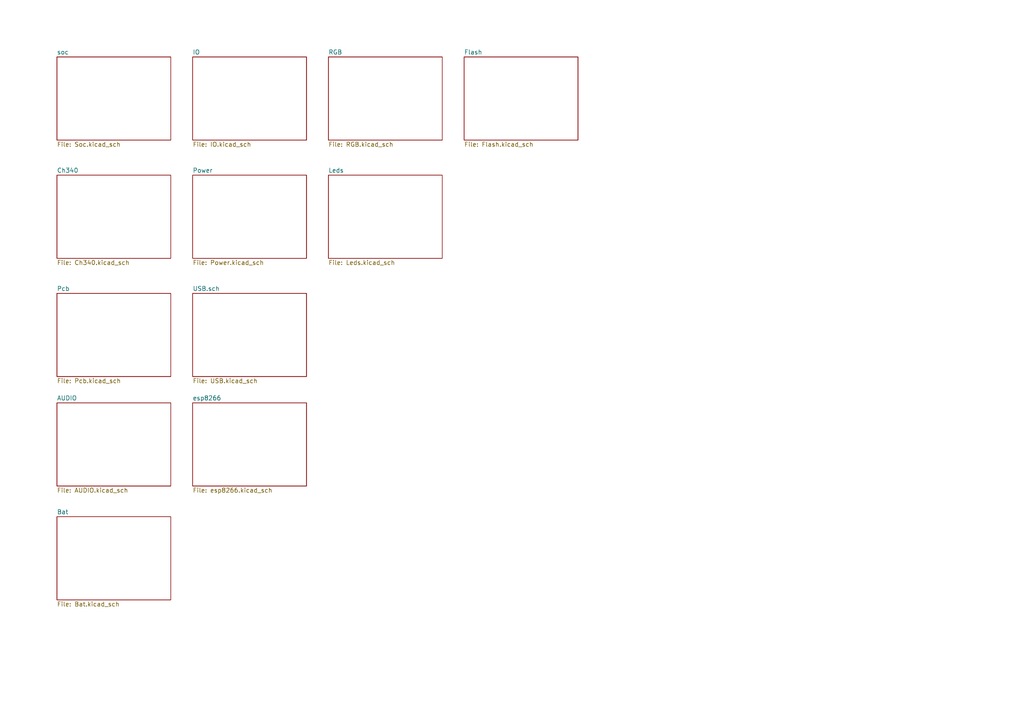
<source format=kicad_sch>
(kicad_sch (version 20210126) (generator eeschema)
  (paper "A4")
  (lib_symbols)
  (sheet (at 16.51 116.84) (size 33.02 24.13)
    (property "图框名称" "AUDIO" (at 16.51 116.2045 0) (effects (justify left bottom)))
    (property "图框文件" "AUDIO.kicad_sch" (at 16.51 141.4785 0) (effects (justify left top)))
  )
  (sheet (at 16.51 149.86) (size 33.02 24.13)
    (property "图框名称" "Bat" (at 16.51 149.2245 0) (effects (justify left bottom)))
    (property "图框文件" "Bat.kicad_sch" (at 16.51 174.4985 0) (effects (justify left top)))
  )
  (sheet (at 16.51 50.8) (size 33.02 24.13)
    (property "图框名称" "Ch340" (at 16.51 50.1645 0) (effects (justify left bottom)))
    (property "图框文件" "Ch340.kicad_sch" (at 16.51 75.4385 0) (effects (justify left top)))
  )
  (sheet (at 134.62 16.51) (size 33.02 24.13)
    (property "图框名称" "Flash" (at 134.62 15.8745 0) (effects (justify left bottom)))
    (property "图框文件" "Flash.kicad_sch" (at 134.62 41.1485 0) (effects (justify left top)))
  )
  (sheet (at 55.88 16.51) (size 33.02 24.13)
    (property "图框名称" "IO" (at 55.88 15.8745 0) (effects (justify left bottom)))
    (property "图框文件" "IO.kicad_sch" (at 55.88 41.1485 0) (effects (justify left top)))
  )
  (sheet (at 95.25 50.8) (size 33.02 24.13)
    (property "图框名称" "Leds" (at 95.25 50.1645 0) (effects (justify left bottom)))
    (property "图框文件" "Leds.kicad_sch" (at 95.25 75.4385 0) (effects (justify left top)))
  )
  (sheet (at 16.51 85.09) (size 33.02 24.13)
    (property "图框名称" "Pcb" (at 16.51 84.4545 0) (effects (justify left bottom)))
    (property "图框文件" "Pcb.kicad_sch" (at 16.51 109.7285 0) (effects (justify left top)))
  )
  (sheet (at 55.88 50.8) (size 33.02 24.13)
    (property "图框名称" "Power" (at 55.88 50.1645 0) (effects (justify left bottom)))
    (property "图框文件" "Power.kicad_sch" (at 55.88 75.4385 0) (effects (justify left top)))
  )
  (sheet (at 95.25 16.51) (size 33.02 24.13)
    (property "图框名称" "RGB" (at 95.25 15.8745 0) (effects (justify left bottom)))
    (property "图框文件" "RGB.kicad_sch" (at 95.25 41.1485 0) (effects (justify left top)))
  )
  (sheet (at 55.88 85.09) (size 33.02 24.13)
    (property "图框名称" "USB.sch" (at 55.88 84.4545 0) (effects (justify left bottom)))
    (property "图框文件" "USB.kicad_sch" (at 55.88 109.7285 0) (effects (justify left top)))
  )
  (sheet (at 55.88 116.84) (size 33.02 24.13)
    (property "图框名称" "esp8266" (at 55.88 116.2045 0) (effects (justify left bottom)))
    (property "图框文件" "esp8266.kicad_sch" (at 55.88 141.4785 0) (effects (justify left top)))
  )
  (sheet (at 16.51 16.51) (size 33.02 24.13)
    (property "图框名称" "soc" (at 16.51 15.8745 0) (effects (justify left bottom)))
    (property "图框文件" "Soc.kicad_sch" (at 16.51 41.1485 0) (effects (justify left top)))
  )
)
</source>
